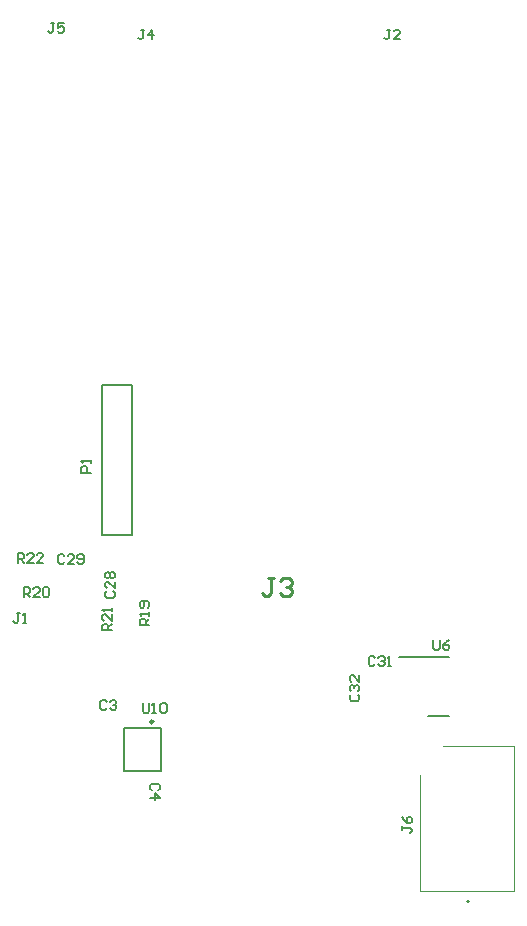
<source format=gto>
G04*
G04 #@! TF.GenerationSoftware,Altium Limited,Altium Designer,21.5.1 (32)*
G04*
G04 Layer_Color=65535*
%FSLAX25Y25*%
%MOIN*%
G70*
G04*
G04 #@! TF.SameCoordinates,9AD95912-260A-4B2D-9037-AC9445484B82*
G04*
G04*
G04 #@! TF.FilePolarity,Positive*
G04*
G01*
G75*
%ADD10C,0.00787*%
%ADD11C,0.00984*%
%ADD12C,0.00394*%
%ADD13C,0.00600*%
%ADD14C,0.01000*%
D10*
X166000Y139902D02*
G03*
X166787Y139902I394J0D01*
G01*
D02*
G03*
X166000Y139902I-394J0D01*
G01*
X143508Y221342D02*
X160043D01*
X152957Y201658D02*
X160043D01*
X44500Y262000D02*
X54500D01*
X44500D02*
Y312000D01*
X54500Y262000D02*
Y312000D01*
X44500D02*
X54500D01*
X64201Y183315D02*
Y197685D01*
X51799Y183315D02*
X64201D01*
X51799D02*
Y197685D01*
X64201D01*
D11*
X61445Y199850D02*
G03*
X61445Y199850I-492J0D01*
G01*
D12*
X158126Y191693D02*
X181748D01*
Y143307D02*
Y191693D01*
X150350Y143307D02*
X181748D01*
X150350D02*
Y182028D01*
D13*
X144401Y164967D02*
Y163900D01*
Y164434D01*
X147066D01*
X147599Y163900D01*
Y163367D01*
X147066Y162834D01*
X144401Y168166D02*
X144934Y167099D01*
X146000Y166033D01*
X147066D01*
X147599Y166566D01*
Y167633D01*
X147066Y168166D01*
X146533D01*
X146000Y167633D01*
Y166033D01*
X154834Y227099D02*
Y224434D01*
X155367Y223901D01*
X156434D01*
X156967Y224434D01*
Y227099D01*
X160166D02*
X159099Y226566D01*
X158033Y225500D01*
Y224434D01*
X158566Y223901D01*
X159633D01*
X160166Y224434D01*
Y224967D01*
X159633Y225500D01*
X158033D01*
X58001Y206100D02*
Y203434D01*
X58534Y202901D01*
X59601D01*
X60134Y203434D01*
Y206100D01*
X61200Y202901D02*
X62267D01*
X61733D01*
Y206100D01*
X61200Y205566D01*
X63866D02*
X64399Y206100D01*
X65465D01*
X65999Y205566D01*
Y203434D01*
X65465Y202901D01*
X64399D01*
X63866Y203434D01*
Y205566D01*
X16235Y252901D02*
Y256100D01*
X17834D01*
X18367Y255566D01*
Y254500D01*
X17834Y253967D01*
X16235D01*
X17301D02*
X18367Y252901D01*
X21566D02*
X19434D01*
X21566Y255033D01*
Y255566D01*
X21033Y256100D01*
X19967D01*
X19434Y255566D01*
X24765Y252901D02*
X22633D01*
X24765Y255033D01*
Y255566D01*
X24232Y256100D01*
X23166D01*
X22633Y255566D01*
X47600Y230268D02*
X44401D01*
Y231867D01*
X44934Y232400D01*
X46000D01*
X46533Y231867D01*
Y230268D01*
Y231334D02*
X47600Y232400D01*
Y235599D02*
Y233467D01*
X45467Y235599D01*
X44934D01*
X44401Y235066D01*
Y234000D01*
X44934Y233467D01*
X47600Y236666D02*
Y237732D01*
Y237199D01*
X44401D01*
X44934Y236666D01*
X18235Y241401D02*
Y244600D01*
X19834D01*
X20367Y244066D01*
Y243000D01*
X19834Y242467D01*
X18235D01*
X19301D02*
X20367Y241401D01*
X23566D02*
X21434D01*
X23566Y243533D01*
Y244066D01*
X23033Y244600D01*
X21967D01*
X21434Y244066D01*
X24633D02*
X25166Y244600D01*
X26232D01*
X26765Y244066D01*
Y241934D01*
X26232Y241401D01*
X25166D01*
X24633Y241934D01*
Y244066D01*
X60100Y232001D02*
X56901D01*
Y233601D01*
X57434Y234134D01*
X58500D01*
X59033Y233601D01*
Y232001D01*
Y233068D02*
X60100Y234134D01*
Y235200D02*
Y236267D01*
Y235733D01*
X56901D01*
X57434Y235200D01*
X59566Y237866D02*
X60100Y238399D01*
Y239465D01*
X59566Y239999D01*
X57434D01*
X56901Y239465D01*
Y238399D01*
X57434Y237866D01*
X57967D01*
X58500Y238399D01*
Y239999D01*
X40600Y282867D02*
X37400D01*
Y284467D01*
X37934Y285000D01*
X39000D01*
X39533Y284467D01*
Y282867D01*
X40600Y286066D02*
Y287133D01*
Y286599D01*
X37400D01*
X37934Y286066D01*
X28533Y432699D02*
X27466D01*
X27999D01*
Y430033D01*
X27466Y429500D01*
X26933D01*
X26400Y430033D01*
X31732Y432699D02*
X29599D01*
Y431100D01*
X30665Y431633D01*
X31198D01*
X31732Y431100D01*
Y430033D01*
X31198Y429500D01*
X30132D01*
X29599Y430033D01*
X31867Y255066D02*
X31334Y255599D01*
X30268D01*
X29735Y255066D01*
Y252934D01*
X30268Y252400D01*
X31334D01*
X31867Y252934D01*
X35066Y252400D02*
X32934D01*
X35066Y254533D01*
Y255066D01*
X34533Y255599D01*
X33467D01*
X32934Y255066D01*
X36133Y252934D02*
X36666Y252400D01*
X37732D01*
X38265Y252934D01*
Y255066D01*
X37732Y255599D01*
X36666D01*
X36133Y255066D01*
Y254533D01*
X36666Y254000D01*
X38265D01*
X45934Y243367D02*
X45401Y242834D01*
Y241768D01*
X45934Y241235D01*
X48066D01*
X48599Y241768D01*
Y242834D01*
X48066Y243367D01*
X48599Y246566D02*
Y244434D01*
X46467Y246566D01*
X45934D01*
X45401Y246033D01*
Y244967D01*
X45934Y244434D01*
Y247633D02*
X45401Y248166D01*
Y249232D01*
X45934Y249765D01*
X46467D01*
X47000Y249232D01*
X47533Y249765D01*
X48066D01*
X48599Y249232D01*
Y248166D01*
X48066Y247633D01*
X47533D01*
X47000Y248166D01*
X46467Y247633D01*
X45934D01*
X47000Y248166D02*
Y249232D01*
X127434Y208867D02*
X126900Y208334D01*
Y207268D01*
X127434Y206735D01*
X129566D01*
X130099Y207268D01*
Y208334D01*
X129566Y208867D01*
X127434Y209934D02*
X126900Y210467D01*
Y211533D01*
X127434Y212066D01*
X127967D01*
X128500Y211533D01*
Y211000D01*
Y211533D01*
X129033Y212066D01*
X129566D01*
X130099Y211533D01*
Y210467D01*
X129566Y209934D01*
X130099Y215265D02*
Y213133D01*
X127967Y215265D01*
X127434D01*
X126900Y214732D01*
Y213666D01*
X127434Y213133D01*
X135400Y221066D02*
X134867Y221600D01*
X133801D01*
X133268Y221066D01*
Y218934D01*
X133801Y218401D01*
X134867D01*
X135400Y218934D01*
X136467Y221066D02*
X137000Y221600D01*
X138066D01*
X138600Y221066D01*
Y220533D01*
X138066Y220000D01*
X137533D01*
X138066D01*
X138600Y219467D01*
Y218934D01*
X138066Y218401D01*
X137000D01*
X136467Y218934D01*
X139666Y218401D02*
X140732D01*
X140199D01*
Y221600D01*
X139666Y221066D01*
X63066Y177033D02*
X63599Y177566D01*
Y178633D01*
X63066Y179166D01*
X60934D01*
X60400Y178633D01*
Y177566D01*
X60934Y177033D01*
X60400Y174367D02*
X63599D01*
X62000Y175967D01*
Y173834D01*
X45967Y206566D02*
X45434Y207100D01*
X44367D01*
X43834Y206566D01*
Y204434D01*
X44367Y203901D01*
X45434D01*
X45967Y204434D01*
X47033Y206566D02*
X47566Y207100D01*
X48633D01*
X49166Y206566D01*
Y206033D01*
X48633Y205500D01*
X48099D01*
X48633D01*
X49166Y204967D01*
Y204434D01*
X48633Y203901D01*
X47566D01*
X47033Y204434D01*
X58533Y430499D02*
X57466D01*
X57999D01*
Y427833D01*
X57466Y427300D01*
X56933D01*
X56400Y427833D01*
X61199Y427300D02*
Y430499D01*
X59599Y428899D01*
X61732D01*
X140533Y430499D02*
X139466D01*
X139999D01*
Y427833D01*
X139466Y427300D01*
X138933D01*
X138400Y427833D01*
X143732Y427300D02*
X141599D01*
X143732Y429433D01*
Y429966D01*
X143199Y430499D01*
X142132D01*
X141599Y429966D01*
X17000Y236100D02*
X15934D01*
X16467D01*
Y233434D01*
X15934Y232901D01*
X15401D01*
X14867Y233434D01*
X18066Y232901D02*
X19133D01*
X18599D01*
Y236100D01*
X18066Y235566D01*
D14*
X101799Y247898D02*
X99799D01*
X100799D01*
Y242900D01*
X99799Y241900D01*
X98800D01*
X97800Y242900D01*
X103798Y246898D02*
X104798Y247898D01*
X106797D01*
X107797Y246898D01*
Y245899D01*
X106797Y244899D01*
X105797D01*
X106797D01*
X107797Y243899D01*
Y242900D01*
X106797Y241900D01*
X104798D01*
X103798Y242900D01*
M02*

</source>
